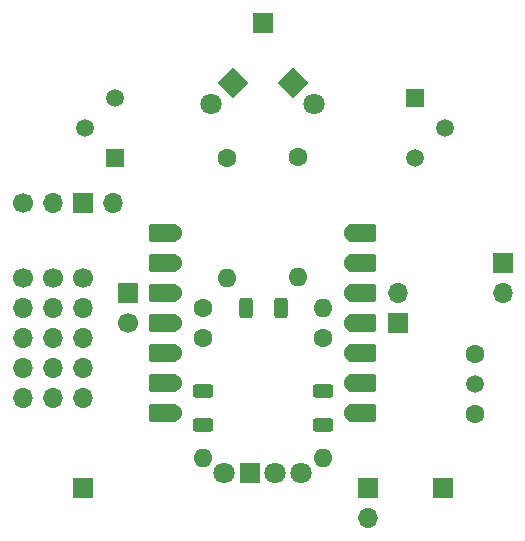
<source format=gbr>
%TF.GenerationSoftware,KiCad,Pcbnew,8.0.2-1*%
%TF.CreationDate,2025-03-04T20:19:02+09:00*%
%TF.ProjectId,test,74657374-2e6b-4696-9361-645f70636258,rev?*%
%TF.SameCoordinates,Original*%
%TF.FileFunction,Soldermask,Top*%
%TF.FilePolarity,Negative*%
%FSLAX46Y46*%
G04 Gerber Fmt 4.6, Leading zero omitted, Abs format (unit mm)*
G04 Created by KiCad (PCBNEW 8.0.2-1) date 2025-03-04 20:19:02*
%MOMM*%
%LPD*%
G01*
G04 APERTURE LIST*
G04 Aperture macros list*
%AMRoundRect*
0 Rectangle with rounded corners*
0 $1 Rounding radius*
0 $2 $3 $4 $5 $6 $7 $8 $9 X,Y pos of 4 corners*
0 Add a 4 corners polygon primitive as box body*
4,1,4,$2,$3,$4,$5,$6,$7,$8,$9,$2,$3,0*
0 Add four circle primitives for the rounded corners*
1,1,$1+$1,$2,$3*
1,1,$1+$1,$4,$5*
1,1,$1+$1,$6,$7*
1,1,$1+$1,$8,$9*
0 Add four rect primitives between the rounded corners*
20,1,$1+$1,$2,$3,$4,$5,0*
20,1,$1+$1,$4,$5,$6,$7,0*
20,1,$1+$1,$6,$7,$8,$9,0*
20,1,$1+$1,$8,$9,$2,$3,0*%
%AMRotRect*
0 Rectangle, with rotation*
0 The origin of the aperture is its center*
0 $1 length*
0 $2 width*
0 $3 Rotation angle, in degrees counterclockwise*
0 Add horizontal line*
21,1,$1,$2,0,0,$3*%
G04 Aperture macros list end*
%ADD10C,1.600000*%
%ADD11O,1.600000X1.600000*%
%ADD12RoundRect,0.250000X-0.312500X-0.625000X0.312500X-0.625000X0.312500X0.625000X-0.312500X0.625000X0*%
%ADD13RoundRect,0.250000X-0.625000X0.312500X-0.625000X-0.312500X0.625000X-0.312500X0.625000X0.312500X0*%
%ADD14C,1.700000*%
%ADD15O,1.700000X1.700000*%
%ADD16R,1.700000X1.700000*%
%ADD17RoundRect,0.152400X1.063600X0.609600X-1.063600X0.609600X-1.063600X-0.609600X1.063600X-0.609600X0*%
%ADD18C,1.524000*%
%ADD19RoundRect,0.152400X-1.063600X-0.609600X1.063600X-0.609600X1.063600X0.609600X-1.063600X0.609600X0*%
%ADD20C,1.500000*%
%ADD21R,1.500000X1.500000*%
%ADD22RotRect,1.800000X1.800000X225.000000*%
%ADD23C,1.800000*%
%ADD24RotRect,1.800000X1.800000X315.000000*%
%ADD25R,1.800000X1.800000*%
G04 APERTURE END LIST*
D10*
%TO.C,R1*%
X139509500Y-107910000D03*
D11*
X139509500Y-118070000D03*
%TD*%
D12*
%TO.C,R8*%
X143188500Y-105370000D03*
X146113500Y-105370000D03*
%TD*%
D13*
%TO.C,R7*%
X149669500Y-112351000D03*
X149669500Y-115276000D03*
%TD*%
%TO.C,R6*%
X139509500Y-115276000D03*
X139509500Y-112351000D03*
%TD*%
D10*
%TO.C,R2*%
X149669500Y-107910000D03*
D11*
X149669500Y-118070000D03*
%TD*%
D10*
%TO.C,R3*%
X139509500Y-105370000D03*
D11*
X149669500Y-105370000D03*
%TD*%
D10*
%TO.C,R4*%
X141589500Y-92670000D03*
D11*
X141589500Y-102830000D03*
%TD*%
%TO.C,R5*%
X147589500Y-102779200D03*
D10*
X147589500Y-92619200D03*
%TD*%
D14*
%TO.C,J9*%
X126809500Y-102830000D03*
D15*
X126809500Y-105370000D03*
X126809500Y-107910000D03*
X126809500Y-110450000D03*
X126809500Y-112990000D03*
%TD*%
D14*
%TO.C,J7*%
X129369500Y-102860000D03*
D15*
X129369500Y-105400000D03*
X129369500Y-107940000D03*
X129369500Y-110480000D03*
X129369500Y-113020000D03*
%TD*%
D16*
%TO.C,J4*%
X144589500Y-81240000D03*
%TD*%
D14*
%TO.C,J8*%
X124269500Y-102830000D03*
D15*
X124269500Y-105370000D03*
X124269500Y-107910000D03*
X124269500Y-110450000D03*
X124269500Y-112990000D03*
%TD*%
D17*
%TO.C,U1*%
X136134500Y-114260000D03*
D18*
X136969500Y-114260000D03*
D17*
X136134500Y-111720000D03*
D18*
X136969500Y-111720000D03*
D17*
X136134500Y-109180000D03*
D18*
X136969500Y-109180000D03*
D17*
X136134500Y-106640000D03*
D18*
X136969500Y-106640000D03*
D17*
X136134500Y-104100000D03*
D18*
X136969500Y-104100000D03*
D17*
X136134500Y-101560000D03*
D18*
X136969500Y-101560000D03*
D17*
X136134500Y-99020000D03*
D18*
X136969500Y-99020000D03*
X152209500Y-99020000D03*
D19*
X153044500Y-99020000D03*
D18*
X152209500Y-101560000D03*
D19*
X153044500Y-101560000D03*
D18*
X152209500Y-104100000D03*
D19*
X153044500Y-104100000D03*
D18*
X152209500Y-106640000D03*
D19*
X153044500Y-106640000D03*
D18*
X152209500Y-109180000D03*
D19*
X153044500Y-109180000D03*
D18*
X152209500Y-111720000D03*
D19*
X153044500Y-111720000D03*
D18*
X152209500Y-114260000D03*
D19*
X153044500Y-114260000D03*
%TD*%
D16*
%TO.C,J6*%
X129349500Y-120610000D03*
%TD*%
D20*
%TO.C,SW1*%
X162560000Y-111760000D03*
D10*
X162560000Y-109220000D03*
X162560000Y-114300000D03*
%TD*%
D21*
%TO.C,Q2*%
X157480000Y-87590000D03*
D20*
X160020000Y-90130000D03*
X157480000Y-92670000D03*
%TD*%
D16*
%TO.C,M2*%
X156019500Y-106640000D03*
D15*
X156019500Y-104100000D03*
%TD*%
D22*
%TO.C,D1*%
X142049500Y-86320000D03*
D23*
X140253449Y-88116051D03*
%TD*%
D14*
%TO.C,M1*%
X133159500Y-106640000D03*
D16*
X133159500Y-104100000D03*
%TD*%
%TO.C,J2*%
X164909500Y-101560000D03*
D15*
X164909500Y-104100000D03*
%TD*%
D21*
%TO.C,Q1*%
X132080000Y-92670000D03*
D20*
X129540000Y-90130000D03*
X132080000Y-87590000D03*
%TD*%
D23*
%TO.C,D2*%
X148925551Y-88116051D03*
D24*
X147129500Y-86320000D03*
%TD*%
D15*
%TO.C,J1*%
X153479500Y-123150000D03*
D16*
X153479500Y-120610000D03*
%TD*%
%TO.C,J5*%
X159829500Y-120610000D03*
%TD*%
D14*
%TO.C,J3*%
X124269500Y-96480000D03*
D15*
X126809500Y-96480000D03*
D16*
X129349500Y-96480000D03*
D15*
X131889500Y-96480000D03*
%TD*%
D23*
%TO.C,D4*%
X141349500Y-119340000D03*
D25*
X143508500Y-119340000D03*
D23*
X145667500Y-119340000D03*
X147826500Y-119340000D03*
%TD*%
M02*

</source>
